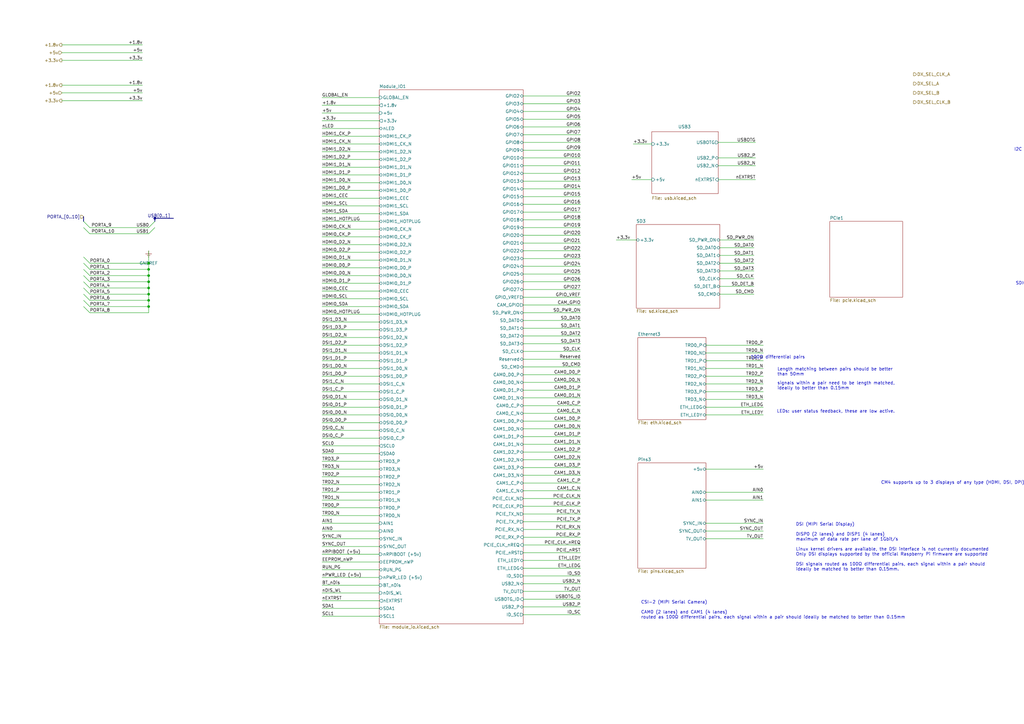
<source format=kicad_sch>
(kicad_sch (version 20210126) (generator eeschema)
  (paper "A3")
  (lib_symbols
    (symbol "power:GND" (power) (pin_names (offset 0))
      (property "Value" "GND" (at 0 -3.81 0))
      (symbol "GND_0_1"
        (polyline (pts (xy 0 0) (xy 0 -1.27) (xy 1.27 -1.27) (xy 0 -2.54) (xy -1.27 -1.27) (xy 0 -1.27)))
      )
      (symbol "GND_1_1"
        (pin power_in line (at 0 0 270) (length 0) hide (name "GND") (number "1"))
      )
    )
    (symbol "power:GNDREF" (power) (pin_names (offset 0))
      (property "Value" "GNDREF" (at 0 -3.81 0))
      (symbol "GNDREF_0_1"
        (polyline (pts (xy -0.635 -1.905) (xy 0.635 -1.905)))
        (polyline (pts (xy -0.127 -2.54) (xy 0.127 -2.54)))
        (polyline (pts (xy 0 -1.27) (xy 0 0)))
        (polyline (pts (xy 1.27 -1.27) (xy -1.27 -1.27)))
      )
      (symbol "GNDREF_1_1"
        (pin power_in line (at 0 0 270) (length 0) hide (name "GNDREF") (number "1"))
      )
    )
  )
  (junction (at 60.96 107.95) (diameter 0.9144))
  (junction (at 60.96 110.49) (diameter 0.9144))
  (junction (at 60.96 113.03) (diameter 0.9144))
  (junction (at 60.96 115.57) (diameter 0.9144))
  (junction (at 60.96 118.11) (diameter 0.9144))
  (junction (at 60.96 120.65) (diameter 0.9144))
  (junction (at 60.96 123.19) (diameter 0.9144))
  (junction (at 60.96 125.73) (diameter 0.9144))
  (junction (at 63.5 89.535) (diameter 0.9144))
  (bus_entry (at 34.29 90.805) (size 2.54 2.54) (stroke (width 0.1524)))
  (bus_entry (at 34.29 93.345) (size 2.54 2.54) (stroke (width 0.1524)))
  (bus_entry (at 34.29 105.41) (size 2.54 2.54) (stroke (width 0.1524)))
  (bus_entry (at 34.29 107.95) (size 2.54 2.54) (stroke (width 0.1524)))
  (bus_entry (at 34.29 110.49) (size 2.54 2.54) (stroke (width 0.1524)))
  (bus_entry (at 34.29 113.03) (size 2.54 2.54) (stroke (width 0.1524)))
  (bus_entry (at 34.29 115.57) (size 2.54 2.54) (stroke (width 0.1524)))
  (bus_entry (at 34.29 118.11) (size 2.54 2.54) (stroke (width 0.1524)))
  (bus_entry (at 34.29 120.65) (size 2.54 2.54) (stroke (width 0.1524)))
  (bus_entry (at 34.29 123.19) (size 2.54 2.54) (stroke (width 0.1524)))
  (bus_entry (at 34.29 125.73) (size 2.54 2.54) (stroke (width 0.1524)))
  (bus_entry (at 63.5 90.805) (size -2.54 2.54) (stroke (width 0.1524)))
  (bus_entry (at 63.5 93.345) (size -2.54 2.54) (stroke (width 0.1524)))
  (wire (pts (xy -42.545 199.39) (xy -33.655 199.39)))
  (wire (pts (xy 25.4 18.415) (xy 58.42 18.415)))
  (wire (pts (xy 25.4 21.59) (xy 58.42 21.59)))
  (wire (pts (xy 25.4 24.765) (xy 58.42 24.765)))
  (wire (pts (xy 25.4 34.925) (xy 58.42 34.925)))
  (wire (pts (xy 25.4 38.1) (xy 58.42 38.1)))
  (wire (pts (xy 25.4 41.275) (xy 58.42 41.275)))
  (wire (pts (xy 36.83 93.345) (xy 60.96 93.345)))
  (wire (pts (xy 36.83 95.885) (xy 60.96 95.885)) (stroke (width 0.1524)))
  (wire (pts (xy 36.83 107.95) (xy 60.96 107.95)))
  (wire (pts (xy 36.83 110.49) (xy 60.96 110.49)) (stroke (width 0.1524)))
  (wire (pts (xy 36.83 113.03) (xy 60.96 113.03)) (stroke (width 0.1524)))
  (wire (pts (xy 36.83 115.57) (xy 60.96 115.57)))
  (wire (pts (xy 36.83 118.11) (xy 60.96 118.11)) (stroke (width 0.1524)))
  (wire (pts (xy 36.83 120.65) (xy 60.96 120.65)) (stroke (width 0.1524)))
  (wire (pts (xy 36.83 123.19) (xy 60.96 123.19)))
  (wire (pts (xy 36.83 125.73) (xy 60.96 125.73)) (stroke (width 0.1524)))
  (wire (pts (xy 36.83 128.27) (xy 60.96 128.27)) (stroke (width 0.1524)))
  (wire (pts (xy 60.96 102.87) (xy 60.96 107.95)))
  (wire (pts (xy 60.96 107.95) (xy 60.96 110.49)))
  (wire (pts (xy 60.96 110.49) (xy 60.96 113.03)))
  (wire (pts (xy 60.96 113.03) (xy 60.96 115.57)))
  (wire (pts (xy 60.96 115.57) (xy 60.96 118.11)))
  (wire (pts (xy 60.96 118.11) (xy 60.96 120.65)))
  (wire (pts (xy 60.96 120.65) (xy 60.96 123.19)))
  (wire (pts (xy 60.96 123.19) (xy 60.96 125.73)))
  (wire (pts (xy 60.96 125.73) (xy 60.96 128.27)))
  (wire (pts (xy 132.08 246.38) (xy 155.575 246.38)))
  (wire (pts (xy 155.575 40.005) (xy 132.08 40.005)))
  (wire (pts (xy 155.575 43.18) (xy 132.08 43.18)))
  (wire (pts (xy 155.575 46.355) (xy 132.08 46.355)))
  (wire (pts (xy 155.575 49.53) (xy 132.08 49.53)))
  (wire (pts (xy 155.575 52.705) (xy 132.08 52.705)))
  (wire (pts (xy 155.575 55.88) (xy 132.08 55.88)))
  (wire (pts (xy 155.575 59.055) (xy 132.08 59.055)))
  (wire (pts (xy 155.575 62.23) (xy 132.08 62.23)))
  (wire (pts (xy 155.575 65.405) (xy 132.08 65.405)))
  (wire (pts (xy 155.575 68.58) (xy 132.08 68.58)))
  (wire (pts (xy 155.575 71.755) (xy 132.08 71.755)))
  (wire (pts (xy 155.575 74.93) (xy 132.08 74.93)))
  (wire (pts (xy 155.575 78.105) (xy 132.08 78.105)))
  (wire (pts (xy 155.575 81.28) (xy 132.08 81.28)))
  (wire (pts (xy 155.575 84.455) (xy 132.08 84.455)))
  (wire (pts (xy 155.575 87.63) (xy 132.08 87.63)))
  (wire (pts (xy 155.575 90.805) (xy 132.08 90.805)))
  (wire (pts (xy 155.575 93.98) (xy 132.08 93.98)))
  (wire (pts (xy 155.575 97.155) (xy 132.08 97.155)))
  (wire (pts (xy 155.575 100.33) (xy 132.08 100.33)))
  (wire (pts (xy 155.575 103.505) (xy 132.08 103.505)))
  (wire (pts (xy 155.575 106.68) (xy 132.08 106.68)))
  (wire (pts (xy 155.575 109.855) (xy 132.08 109.855)))
  (wire (pts (xy 155.575 113.03) (xy 132.08 113.03)))
  (wire (pts (xy 155.575 116.205) (xy 132.08 116.205)))
  (wire (pts (xy 155.575 119.38) (xy 132.08 119.38)))
  (wire (pts (xy 155.575 122.555) (xy 132.08 122.555)))
  (wire (pts (xy 155.575 125.73) (xy 132.08 125.73)))
  (wire (pts (xy 155.575 128.905) (xy 132.08 128.905)))
  (wire (pts (xy 155.575 132.08) (xy 132.08 132.08)))
  (wire (pts (xy 155.575 135.255) (xy 132.08 135.255)))
  (wire (pts (xy 155.575 138.43) (xy 132.08 138.43)))
  (wire (pts (xy 155.575 141.605) (xy 132.08 141.605)))
  (wire (pts (xy 155.575 144.78) (xy 132.08 144.78)))
  (wire (pts (xy 155.575 147.955) (xy 132.08 147.955)))
  (wire (pts (xy 155.575 151.13) (xy 132.08 151.13)))
  (wire (pts (xy 155.575 154.305) (xy 132.08 154.305)))
  (wire (pts (xy 155.575 157.48) (xy 132.08 157.48)))
  (wire (pts (xy 155.575 160.655) (xy 132.08 160.655)))
  (wire (pts (xy 155.575 163.83) (xy 132.08 163.83)))
  (wire (pts (xy 155.575 167.005) (xy 132.08 167.005)))
  (wire (pts (xy 155.575 170.18) (xy 132.08 170.18)))
  (wire (pts (xy 155.575 173.355) (xy 132.08 173.355)))
  (wire (pts (xy 155.575 176.53) (xy 132.08 176.53)))
  (wire (pts (xy 155.575 179.705) (xy 132.08 179.705)))
  (wire (pts (xy 155.575 182.88) (xy 132.08 182.88)))
  (wire (pts (xy 155.575 186.055) (xy 132.08 186.055)))
  (wire (pts (xy 155.575 189.23) (xy 132.08 189.23)))
  (wire (pts (xy 155.575 192.405) (xy 132.08 192.405)))
  (wire (pts (xy 155.575 195.58) (xy 132.08 195.58)))
  (wire (pts (xy 155.575 198.755) (xy 132.08 198.755)))
  (wire (pts (xy 155.575 201.93) (xy 132.08 201.93)))
  (wire (pts (xy 155.575 205.105) (xy 132.08 205.105)))
  (wire (pts (xy 155.575 208.28) (xy 132.08 208.28)))
  (wire (pts (xy 155.575 211.455) (xy 132.08 211.455)))
  (wire (pts (xy 155.575 214.63) (xy 132.08 214.63)))
  (wire (pts (xy 155.575 217.805) (xy 132.08 217.805)))
  (wire (pts (xy 155.575 220.98) (xy 132.08 220.98)))
  (wire (pts (xy 155.575 224.155) (xy 132.08 224.155)))
  (wire (pts (xy 155.575 227.33) (xy 132.08 227.33)))
  (wire (pts (xy 155.575 230.505) (xy 132.08 230.505)))
  (wire (pts (xy 155.575 233.68) (xy 132.08 233.68)))
  (wire (pts (xy 155.575 236.855) (xy 132.08 236.855)))
  (wire (pts (xy 155.575 240.03) (xy 132.08 240.03)))
  (wire (pts (xy 155.575 243.205) (xy 132.08 243.205)))
  (wire (pts (xy 155.575 249.555) (xy 132.08 249.555)))
  (wire (pts (xy 155.575 252.73) (xy 132.08 252.73)))
  (wire (pts (xy 214.63 39.37) (xy 238.125 39.37)))
  (wire (pts (xy 214.63 42.545) (xy 238.125 42.545)))
  (wire (pts (xy 214.63 45.72) (xy 238.125 45.72)))
  (wire (pts (xy 214.63 48.895) (xy 238.125 48.895)))
  (wire (pts (xy 214.63 52.07) (xy 238.125 52.07)))
  (wire (pts (xy 214.63 55.245) (xy 238.125 55.245)))
  (wire (pts (xy 214.63 58.42) (xy 238.125 58.42)))
  (wire (pts (xy 214.63 61.595) (xy 238.125 61.595)))
  (wire (pts (xy 214.63 64.77) (xy 238.125 64.77)))
  (wire (pts (xy 214.63 67.945) (xy 238.125 67.945)))
  (wire (pts (xy 214.63 71.12) (xy 238.125 71.12)))
  (wire (pts (xy 214.63 74.295) (xy 238.125 74.295)))
  (wire (pts (xy 214.63 77.47) (xy 238.125 77.47)))
  (wire (pts (xy 214.63 80.645) (xy 238.125 80.645)))
  (wire (pts (xy 214.63 83.82) (xy 238.125 83.82)))
  (wire (pts (xy 214.63 86.995) (xy 238.125 86.995)))
  (wire (pts (xy 214.63 90.17) (xy 238.125 90.17)))
  (wire (pts (xy 214.63 93.345) (xy 238.125 93.345)))
  (wire (pts (xy 214.63 96.52) (xy 238.125 96.52)))
  (wire (pts (xy 214.63 99.695) (xy 238.125 99.695)))
  (wire (pts (xy 214.63 102.87) (xy 238.125 102.87)))
  (wire (pts (xy 214.63 106.045) (xy 238.125 106.045)))
  (wire (pts (xy 214.63 109.22) (xy 238.125 109.22)))
  (wire (pts (xy 214.63 112.395) (xy 238.125 112.395)))
  (wire (pts (xy 214.63 115.57) (xy 238.125 115.57)))
  (wire (pts (xy 214.63 118.745) (xy 238.125 118.745)))
  (wire (pts (xy 214.63 121.92) (xy 238.125 121.92)))
  (wire (pts (xy 214.63 125.095) (xy 238.125 125.095)))
  (wire (pts (xy 214.63 128.27) (xy 238.125 128.27)))
  (wire (pts (xy 214.63 131.445) (xy 238.125 131.445)))
  (wire (pts (xy 214.63 134.62) (xy 238.125 134.62)))
  (wire (pts (xy 214.63 137.795) (xy 238.125 137.795)))
  (wire (pts (xy 214.63 140.97) (xy 238.125 140.97)))
  (wire (pts (xy 214.63 144.145) (xy 238.125 144.145)))
  (wire (pts (xy 214.63 147.32) (xy 238.125 147.32)))
  (wire (pts (xy 214.63 150.495) (xy 238.125 150.495)))
  (wire (pts (xy 214.63 153.67) (xy 238.125 153.67)))
  (wire (pts (xy 214.63 156.845) (xy 238.125 156.845)))
  (wire (pts (xy 214.63 160.02) (xy 238.125 160.02)))
  (wire (pts (xy 214.63 163.195) (xy 238.125 163.195)))
  (wire (pts (xy 214.63 166.37) (xy 238.125 166.37)))
  (wire (pts (xy 214.63 169.545) (xy 238.125 169.545)))
  (wire (pts (xy 214.63 172.72) (xy 238.125 172.72)))
  (wire (pts (xy 214.63 175.895) (xy 238.125 175.895)))
  (wire (pts (xy 214.63 179.07) (xy 238.125 179.07)))
  (wire (pts (xy 214.63 182.245) (xy 238.125 182.245)))
  (wire (pts (xy 214.63 185.42) (xy 238.125 185.42)))
  (wire (pts (xy 214.63 188.595) (xy 238.125 188.595)))
  (wire (pts (xy 214.63 191.77) (xy 238.125 191.77)))
  (wire (pts (xy 214.63 194.945) (xy 238.125 194.945)))
  (wire (pts (xy 214.63 198.12) (xy 238.125 198.12)))
  (wire (pts (xy 214.63 201.295) (xy 238.125 201.295)))
  (wire (pts (xy 214.63 204.47) (xy 238.125 204.47)))
  (wire (pts (xy 214.63 207.645) (xy 238.125 207.645)))
  (wire (pts (xy 214.63 210.82) (xy 238.125 210.82)))
  (wire (pts (xy 214.63 213.995) (xy 238.125 213.995)))
  (wire (pts (xy 214.63 217.17) (xy 238.125 217.17)))
  (wire (pts (xy 214.63 220.345) (xy 238.125 220.345)))
  (wire (pts (xy 214.63 223.52) (xy 238.125 223.52)))
  (wire (pts (xy 214.63 226.695) (xy 238.125 226.695)))
  (wire (pts (xy 214.63 229.87) (xy 238.125 229.87)))
  (wire (pts (xy 214.63 233.045) (xy 238.125 233.045)))
  (wire (pts (xy 214.63 236.22) (xy 238.125 236.22)))
  (wire (pts (xy 214.63 239.395) (xy 238.125 239.395)))
  (wire (pts (xy 214.63 242.57) (xy 238.125 242.57)))
  (wire (pts (xy 214.63 245.745) (xy 238.125 245.745)))
  (wire (pts (xy 214.63 248.92) (xy 238.125 248.92)))
  (wire (pts (xy 214.63 252.095) (xy 238.125 252.095)))
  (wire (pts (xy 252.73 98.425) (xy 260.985 98.425)))
  (wire (pts (xy 259.08 73.66) (xy 267.335 73.66)))
  (wire (pts (xy 259.715 59.055) (xy 267.335 59.055)))
  (wire (pts (xy 289.56 141.605) (xy 313.055 141.605)))
  (wire (pts (xy 289.56 144.78) (xy 313.055 144.78)))
  (wire (pts (xy 289.56 147.955) (xy 313.055 147.955)))
  (wire (pts (xy 289.56 151.13) (xy 313.055 151.13)))
  (wire (pts (xy 289.56 154.305) (xy 313.055 154.305)))
  (wire (pts (xy 289.56 157.48) (xy 313.055 157.48)))
  (wire (pts (xy 289.56 160.655) (xy 313.055 160.655)))
  (wire (pts (xy 289.56 163.83) (xy 313.055 163.83)))
  (wire (pts (xy 289.56 167.005) (xy 313.055 167.005)))
  (wire (pts (xy 289.56 170.18) (xy 313.055 170.18)))
  (wire (pts (xy 289.56 192.405) (xy 313.055 192.405)))
  (wire (pts (xy 289.56 201.93) (xy 313.055 201.93)))
  (wire (pts (xy 289.56 205.105) (xy 313.055 205.105)))
  (wire (pts (xy 289.56 214.63) (xy 313.055 214.63)))
  (wire (pts (xy 289.56 217.805) (xy 313.055 217.805)))
  (wire (pts (xy 289.56 220.98) (xy 313.055 220.98)))
  (wire (pts (xy 294.64 58.42) (xy 309.88 58.42)))
  (wire (pts (xy 294.64 64.77) (xy 309.88 64.77)))
  (wire (pts (xy 294.64 67.945) (xy 309.88 67.945)))
  (wire (pts (xy 294.64 73.66) (xy 309.88 73.66)))
  (wire (pts (xy 295.275 98.425) (xy 309.245 98.425)))
  (wire (pts (xy 295.275 101.6) (xy 309.245 101.6)))
  (wire (pts (xy 295.275 104.775) (xy 309.245 104.775)))
  (wire (pts (xy 295.275 107.95) (xy 309.245 107.95)))
  (wire (pts (xy 295.275 111.125) (xy 309.245 111.125)))
  (wire (pts (xy 295.275 114.3) (xy 309.245 114.3)))
  (wire (pts (xy 295.275 117.475) (xy 309.245 117.475)))
  (wire (pts (xy 295.275 120.65) (xy 309.245 120.65)))
  (bus (pts (xy 34.29 88.9) (xy 34.29 125.73)))
  (bus (pts (xy 63.5 88.9) (xy 63.5 89.535)))
  (bus (pts (xy 63.5 89.535) (xy 63.5 93.345)))
  (bus (pts (xy 63.5 89.535) (xy 71.12 89.535)))
  (text "Pulling this pin low puts the CM4 in the lowest possible power down state.\nAfter software shutdown Global_EN needs to be pulled low for > 1ms to restart the power system on the CM4.\n" (at -138.43 231.14 0) (effects (font (size 1.27 1.27)) (justify left bottom)))
  (text "During boot if this pin is low booting from eMMC will be stopped\nand booting will be transferred to rpi boot which is via USB.\n" (at -138.43 240.665 0) (effects (font (size 1.27 1.27)) (justify left bottom)))
  (text "pull this pin low to prevent the end users changing the contents of the on board\nEEPROM. See the Raspberry Pi 4, Model B documentation for instructions on the software settings required to support\nEEPROM Write protection .\n" (at -138.43 248.92 0) (effects (font (size 1.27 1.27)) (justify left bottom)))
  (text "when high signals that the CM4 has started. Driving this pin low resets the module" (at -97.155 234.315 0) (effects (font (size 1.27 1.27)) (justify left bottom)))
  (text "A logic high means the wireless networking module is powered up.\n" (at -72.39 225.425 0) (effects (font (size 1.27 1.27)) (justify right bottom)))
  (text "When tied low it prevents\nthe Bluetooth module from\npowering up." (at -43.815 203.835 0) (effects (font (size 1.27 1.27)) (justify right bottom)))
  (text "CSI-2 (MIPI Serial Camera)\n\nCAM0 (2 lanes) and CAM1 (4 lanes)\nrouted as 100Ω differential pairs, each signal within a pair should ideally be matched to better than 0.15mm" (at 262.89 254 0) (effects (font (size 1.27 1.27)) (justify left bottom)))
  (text "Length matching between pairs should be better\nthan 50mm" (at 318.77 154.305 0) (effects (font (size 1.27 1.27)) (justify left bottom)))
  (text "signals within a pair need to be length matched,\nideally to better than 0.15mm" (at 318.77 160.02 0) (effects (font (size 1.27 1.27)) (justify left bottom)))
  (text "DSI (MIPI Serial Display)\n\nDISP0 (2 lanes) and DISP1 (4 lanes)\nmaximum of data rate per lane of 1Gbit/s\n\nLinux kernel drivers are available, the DSI interface is not currently documented\nOnly DSI displays supported by the official Raspberry Pi firmware are supported\n\nDSI signals routed as 100Ω differential pairs, each signal within a pair should\nideally be matched to better than 0.15mm.\n" (at 326.39 234.315 0) (effects (font (size 1.27 1.27)) (justify left bottom)))
  (text "100Ω differential pairs" (at 330.2 147.32 180) (effects (font (size 1.27 1.27)) (justify right bottom)))
  (text "CM4 supports up to 3 displays of any type (HDMI, DSI, DPI) at any one time" (at 361.315 198.755 0) (effects (font (size 1.27 1.27)) (justify left bottom)))
  (text "LEDs: user status feedback, these are low active." (at 367.03 169.545 180) (effects (font (size 1.27 1.27)) (justify right bottom)))
  (text "I2C\n	SDA0 SCL0\n		This internal I2C bus is normally allocated to the CSI1 and DSI1\n		as these devices are controlled by the firmware.\n\n		can be used as a general I2C bus if the CSI1 ad DSI1 interfaces\n		aren't being used or are being controlled by the firmware.\n\n		SDA0 is connected to GPIO44 on the BCM2711 and SCL0 is connected to GPIO45\n\n	ID_SD ID_SC\n		This I2C bus is normally used for identifying HATs and controlling\n		CSI0 and DSI0 devices.\n\n		If the firmware isn't using the I2C bus e.g. CSI0 and DSI0 aren't\n		being used then these pins may be used as GPIO 0 and GPIO 1 if required.\n\n		If these pins are used as GPIO pins then to prevent the firmware from\n		checking to see if there is a HAT EEPROM available add\n		force_eeprom_read=0 to the config.txt file.\n" (at 415.925 100.965 0) (effects (font (size 1.27 1.27)) (justify left bottom)))
  (text "SDIO/eMMC (CM4Lite only)\n	SD_PWR_ON signal used to enable an external power switch to turn on power to the SDCARD\n	for eMMC it typically isn't used\n\n	if booting from SDCARD is required then a pullup resistor must also be fitted to default\n	the power to be on\n\n	SD_VDD_override is high, this signal is used to force 1.8v signalling on the SDIO\n	interface. Typically this is used with eMMC memory.\n" (at 416.56 133.35 0) (effects (font (size 1.27 1.27)) (justify left bottom)))
  (label "BT_nDis" (at -42.545 199.39 0))
  (label "PORTA_0" (at 36.83 107.95 0))
  (label "PORTA_1" (at 36.83 110.49 0))
  (label "PORTA_2" (at 36.83 113.03 0))
  (label "PORTA_3" (at 36.83 115.57 0))
  (label "PORTA_4" (at 36.83 118.11 0))
  (label "PORTA_5" (at 36.83 120.65 0))
  (label "PORTA_6" (at 36.83 123.19 0))
  (label "PORTA_7" (at 36.83 125.73 0))
  (label "PORTA_8" (at 36.83 128.27 0))
  (label "PORTA_9" (at 37.465 93.345 0))
  (label "PORTA_10" (at 37.465 95.885 0))
  (label "USB0" (at 55.88 93.345 0))
  (label "USB1" (at 55.88 95.885 0))
  (label "+1.8v" (at 58.42 18.415 180))
  (label "+5v" (at 58.42 21.59 180))
  (label "+3.3v" (at 58.42 24.765 180))
  (label "+1.8v" (at 58.42 34.925 180))
  (label "+5v" (at 58.42 38.1 180))
  (label "+3.3v" (at 58.42 41.275 180))
  (label "USB[0..1]" (at 69.85 89.535 180))
  (label "GLOBAL_EN" (at 132.08 40.005 0))
  (label "+1.8v" (at 132.08 43.18 0))
  (label "+5v" (at 132.08 46.355 0))
  (label "+3.3v" (at 132.08 49.53 0))
  (label "nLED" (at 132.08 52.705 0))
  (label "HDMI1_CK_P" (at 132.08 55.88 0))
  (label "HDMI1_CK_N" (at 132.08 59.055 0))
  (label "HDMI1_D2_N" (at 132.08 62.23 0))
  (label "HDMI1_D2_P" (at 132.08 65.405 0))
  (label "HDMI1_D1_N" (at 132.08 68.58 0))
  (label "HDMI1_D1_P" (at 132.08 71.755 0))
  (label "HDMI1_D0_N" (at 132.08 74.93 0))
  (label "HDMI1_D0_P" (at 132.08 78.105 0))
  (label "HDMI1_CEC" (at 132.08 81.28 0))
  (label "HDMI1_SCL" (at 132.08 84.455 0))
  (label "HDMI1_SDA" (at 132.08 87.63 0))
  (label "HDMI1_HOTPLUG" (at 132.08 90.805 0))
  (label "HDMI0_CK_N" (at 132.08 93.98 0))
  (label "HDMI0_CK_P" (at 132.08 97.155 0))
  (label "HDMI0_D2_N" (at 132.08 100.33 0))
  (label "HDMI0_D2_P" (at 132.08 103.505 0))
  (label "HDMI0_D1_N" (at 132.08 106.68 0))
  (label "HDMI0_D0_P" (at 132.08 109.855 0))
  (label "HDMI0_D0_N" (at 132.08 113.03 0))
  (label "HDMI0_D1_P" (at 132.08 116.205 0))
  (label "HDMI0_CEC" (at 132.08 119.38 0))
  (label "HDMI0_SCL" (at 132.08 122.555 0))
  (label "HDMI0_SDA" (at 132.08 125.73 0))
  (label "HDMI0_HOTPLUG" (at 132.08 128.905 0))
  (label "DSI1_D3_N" (at 132.08 132.08 0))
  (label "DSI1_D3_P" (at 132.08 135.255 0))
  (label "DSI1_D2_N" (at 132.08 138.43 0))
  (label "DSI1_D2_P" (at 132.08 141.605 0))
  (label "DSI1_D1_N" (at 132.08 144.78 0))
  (label "DSI1_D1_P" (at 132.08 147.955 0))
  (label "DSI1_D0_N" (at 132.08 151.13 0))
  (label "DSI1_D0_P" (at 132.08 154.305 0))
  (label "DSI1_C_N" (at 132.08 157.48 0))
  (label "DSI1_C_P" (at 132.08 160.655 0))
  (label "DSI0_D1_N" (at 132.08 163.83 0))
  (label "DSI0_D1_P" (at 132.08 167.005 0))
  (label "DSI0_D0_N" (at 132.08 170.18 0))
  (label "DSI0_D0_P" (at 132.08 173.355 0))
  (label "DSI0_C_N" (at 132.08 176.53 0))
  (label "DSI0_C_P" (at 132.08 179.705 0))
  (label "SCL0" (at 132.08 182.88 0))
  (label "SDA0" (at 132.08 186.055 0))
  (label "TRD3_P" (at 132.08 189.23 0))
  (label "TRD3_N" (at 132.08 192.405 0))
  (label "TRD2_P" (at 132.08 195.58 0))
  (label "TRD2_N" (at 132.08 198.755 0))
  (label "TRD1_P" (at 132.08 201.93 0))
  (label "TRD1_N" (at 132.08 205.105 0))
  (label "TRD0_P" (at 132.08 208.28 0))
  (label "TRD0_N" (at 132.08 211.455 0))
  (label "AIN1" (at 132.08 214.63 0))
  (label "AIN0" (at 132.08 217.805 0))
  (label "SYNC_IN" (at 132.08 220.98 0))
  (label "SYNC_OUT" (at 132.08 224.155 0))
  (label "nRPIBOOT (+5v)" (at 132.08 227.33 0))
  (label "EEPROM_nWP" (at 132.08 230.505 0))
  (label "RUN_PG" (at 132.08 233.68 0))
  (label "nPWR_LED (+5v)" (at 132.08 236.855 0))
  (label "BT_nDis" (at 132.08 240.03 0))
  (label "nDIS_WL" (at 132.08 243.205 0))
  (label "nEXTRST" (at 132.08 246.38 0))
  (label "SDA1" (at 132.08 249.555 0))
  (label "SCL1" (at 132.08 252.73 0))
  (label "GPIO2" (at 238.125 39.37 180))
  (label "GPIO3" (at 238.125 42.545 180))
  (label "GPIO4" (at 238.125 45.72 180))
  (label "GPIO5" (at 238.125 48.895 180))
  (label "GPIO6" (at 238.125 52.07 180))
  (label "GPIO7" (at 238.125 55.245 180))
  (label "GPIO8" (at 238.125 58.42 180))
  (label "GPIO9" (at 238.125 61.595 180))
  (label "GPIO10" (at 238.125 64.77 180))
  (label "GPIO11" (at 238.125 67.945 180))
  (label "GPIO12" (at 238.125 71.12 180))
  (label "GPIO13" (at 238.125 74.295 180))
  (label "GPIO14" (at 238.125 77.47 180))
  (label "GPIO15" (at 238.125 80.645 180))
  (label "GPIO16" (at 238.125 83.82 180))
  (label "GPIO17" (at 238.125 86.995 180))
  (label "GPIO18" (at 238.125 90.17 180))
  (label "GPIO19" (at 238.125 93.345 180))
  (label "GPIO20" (at 238.125 96.52 180))
  (label "GPIO21" (at 238.125 99.695 180))
  (label "GPIO22" (at 238.125 102.87 180))
  (label "GPIO23" (at 238.125 106.045 180))
  (label "GPIO24" (at 238.125 109.22 180))
  (label "GPIO25" (at 238.125 112.395 180))
  (label "GPIO26" (at 238.125 115.57 180))
  (label "GPIO27" (at 238.125 118.745 180))
  (label "GPIO_VREF" (at 238.125 121.92 180))
  (label "CAM_GPIO" (at 238.125 125.095 180))
  (label "SD_PWR_ON" (at 238.125 128.27 180))
  (label "SD_DAT0" (at 238.125 131.445 180))
  (label "SD_DAT1" (at 238.125 134.62 180))
  (label "SD_DAT2" (at 238.125 137.795 180))
  (label "SD_DAT3" (at 238.125 140.97 180))
  (label "SD_CLK" (at 238.125 144.145 180))
  (label "Reserved" (at 238.125 147.32 180))
  (label "SD_CMD" (at 238.125 150.495 180))
  (label "CAM0_D0_P" (at 238.125 153.67 180))
  (label "CAM0_D0_N" (at 238.125 156.845 180))
  (label "CAM0_D1_P" (at 238.125 160.02 180))
  (label "CAM0_D1_N" (at 238.125 163.195 180))
  (label "CAM0_C_P" (at 238.125 166.37 180))
  (label "CAM0_C_N" (at 238.125 169.545 180))
  (label "CAM1_D0_P" (at 238.125 172.72 180))
  (label "CAM1_D0_N" (at 238.125 175.895 180))
  (label "CAM1_D1_P" (at 238.125 179.07 180))
  (label "CAM1_D1_N" (at 238.125 182.245 180))
  (label "CAM1_D2_P" (at 238.125 185.42 180))
  (label "CAM1_D2_N" (at 238.125 188.595 180))
  (label "CAM1_D3_P" (at 238.125 191.77 180))
  (label "CAM1_D3_N" (at 238.125 194.945 180))
  (label "CAM1_C_P" (at 238.125 198.12 180))
  (label "CAM1_C_N" (at 238.125 201.295 180))
  (label "PCIE_CLK_N" (at 238.125 204.47 180))
  (label "PCIE_CLK_P" (at 238.125 207.645 180))
  (label "PCIE_TX_N" (at 238.125 210.82 180))
  (label "PCIE_TX_P" (at 238.125 213.995 180))
  (label "PCIE_RX_N" (at 238.125 217.17 180))
  (label "PCIE_RX_P" (at 238.125 220.345 180))
  (label "PCIE_CLK_nREQ" (at 238.125 223.52 180))
  (label "PCIE_nRST" (at 238.125 226.695 180))
  (label "ETH_LEDY" (at 238.125 229.87 180))
  (label "ETH_LEDG" (at 238.125 233.045 180))
  (label "ID_SD" (at 238.125 236.22 180))
  (label "USB2_N" (at 238.125 239.395 180))
  (label "TV_OUT" (at 238.125 242.57 180))
  (label "USBOTG_ID" (at 238.125 245.745 180))
  (label "USB2_P" (at 238.125 248.92 180))
  (label "ID_SC" (at 238.125 252.095 180))
  (label "+3.3v" (at 252.73 98.425 0))
  (label "+5v" (at 259.08 73.66 0))
  (label "+3.3v" (at 259.715 59.055 0))
  (label "SD_PWR_ON" (at 309.245 98.425 180))
  (label "SD_DAT0" (at 309.245 101.6 180))
  (label "SD_DAT1" (at 309.245 104.775 180))
  (label "SD_DAT2" (at 309.245 107.95 180))
  (label "SD_DAT3" (at 309.245 111.125 180))
  (label "SD_CLK" (at 309.245 114.3 180))
  (label "SD_DET_B" (at 309.245 117.475 180))
  (label "SD_CMD" (at 309.245 120.65 180))
  (label "USBOTG" (at 309.88 58.42 180))
  (label "USB2_P" (at 309.88 64.77 180))
  (label "USB2_N" (at 309.88 67.945 180))
  (label "nEXTRST" (at 309.88 73.66 180))
  (label "TRD0_P" (at 313.055 141.605 180))
  (label "TRD0_N" (at 313.055 144.78 180))
  (label "TRD1_P" (at 313.055 147.955 180))
  (label "TRD1_N" (at 313.055 151.13 180))
  (label "TRD2_P" (at 313.055 154.305 180))
  (label "TRD2_N" (at 313.055 157.48 180))
  (label "TRD3_P" (at 313.055 160.655 180))
  (label "TRD3_N" (at 313.055 163.83 180))
  (label "ETH_LEDG" (at 313.055 167.005 180))
  (label "ETH_LEDY" (at 313.055 170.18 180))
  (label "+5v" (at 313.055 192.405 180))
  (label "AIN0" (at 313.055 201.93 180))
  (label "AIN1" (at 313.055 205.105 180))
  (label "SYNC_IN" (at 313.055 214.63 180))
  (label "SYNC_OUT" (at 313.055 217.805 180))
  (label "TV_OUT" (at 313.055 220.98 180))
  (hierarchical_label "+1.8v" (shape output) (at 25.4 18.415 180))
  (hierarchical_label "+5v" (shape input) (at 25.4 21.59 180))
  (hierarchical_label "+3.3v" (shape output) (at 25.4 24.765 180))
  (hierarchical_label "+1.8v" (shape output) (at 25.4 34.925 180))
  (hierarchical_label "+5v" (shape input) (at 25.4 38.1 180))
  (hierarchical_label "+3.3v" (shape output) (at 25.4 41.275 180))
  (hierarchical_label "PORTA_[0..10]" (shape input) (at 34.29 88.9 180))
  (hierarchical_label "DX_SEL_CLK_A" (shape output) (at 374.65 30.48 0))
  (hierarchical_label "DX_SEL_A" (shape output) (at 374.65 34.29 0))
  (hierarchical_label "DX_SEL_B" (shape output) (at 374.65 38.1 0))
  (hierarchical_label "DX_SEL_CLK_B" (shape output) (at 374.65 41.91 0))
  (symbol (lib_id "power:GND") (at -33.655 199.39 0) (unit 1)
    (property "Reference" "#PWR0298" (effects hide))
    (property "Value" "GND" (at -33.655 204.47 0))
  )
  (symbol (lib_id "power:GNDREF") (at 60.96 102.87 0) (unit 1)
    (property "Reference" "#PWR0423" (effects hide))
    (property "Value" "GNDREF" (at 60.96 107.95 0))
  )
  (sheet (at 261.62 138.43) (size 27.94 33.655) (stroke (width 0.0006))
    (property "Sheet name" "Ethernet3" (at 261.62 137.7943 0) (effects (justify left bottom)))
    (property "Sheet file" "eth.kicad_sch" (at 261.62 172.5937 0) (effects (justify left top)))
    (pin "TRD1_N" output (at 289.56 151.13 0))
    (pin "TRD0_N" output (at 289.56 144.78 0))
    (pin "TRD2_P" bidirectional (at 289.56 154.305 0))
    (pin "TRD1_P" input (at 289.56 147.955 0))
    (pin "TRD0_P" input (at 289.56 141.605 0))
    (pin "TRD2_N" bidirectional (at 289.56 157.48 0))
    (pin "TRD3_P" bidirectional (at 289.56 160.655 0))
    (pin "ETH_LEDG" bidirectional (at 289.56 167.005 0))
    (pin "ETH_LEDY" bidirectional (at 289.56 170.18 0))
    (pin "TRD3_N" bidirectional (at 289.56 163.83 0))
  )
  (sheet (at 155.575 36.83) (size 59.055 219.075) (stroke (width 0.0006))
    (property "Sheet name" "Module_IO1" (at 155.575 36.1943 0) (effects (justify left bottom)))
    (property "Sheet file" "module_io.kicad_sch" (at 155.575 256.4137 0) (effects (justify left top)))
    (pin "HDMI0_D2_N" bidirectional (at 155.575 100.33 180))
    (pin "HDMI0_D2_P" bidirectional (at 155.575 103.505 180))
    (pin "HDMI1_CK_P" bidirectional (at 155.575 55.88 180))
    (pin "HDMI1_CK_N" bidirectional (at 155.575 59.055 180))
    (pin "HDMI1_D0_P" bidirectional (at 155.575 78.105 180))
    (pin "HDMI1_D1_N" bidirectional (at 155.575 68.58 180))
    (pin "HDMI1_D1_P" bidirectional (at 155.575 71.755 180))
    (pin "HDMI1_D0_N" bidirectional (at 155.575 74.93 180))
    (pin "HDMI1_D2_P" bidirectional (at 155.575 65.405 180))
    (pin "CAM0_C_N" bidirectional (at 214.63 169.545 0))
    (pin "HDMI1_D2_N" bidirectional (at 155.575 62.23 180))
    (pin "CAM0_C_P" bidirectional (at 214.63 166.37 0))
    (pin "CAM0_D1_P" bidirectional (at 214.63 160.02 0))
    (pin "CAM0_D1_N" bidirectional (at 214.63 163.195 0))
    (pin "HDMI0_D0_N" bidirectional (at 155.575 113.03 180))
    (pin "HDMI0_D1_N" bidirectional (at 155.575 106.68 180))
    (pin "HDMI0_D0_P" bidirectional (at 155.575 109.855 180))
    (pin "HDMI0_D1_P" bidirectional (at 155.575 116.205 180))
    (pin "DSI1_D3_N" bidirectional (at 155.575 132.08 180))
    (pin "DSI1_D3_P" bidirectional (at 155.575 135.255 180))
    (pin "HDMI0_CK_N" bidirectional (at 155.575 93.98 180))
    (pin "HDMI0_CK_P" bidirectional (at 155.575 97.155 180))
    (pin "HDMI0_SCL" bidirectional (at 155.575 122.555 180))
    (pin "PCIE_CLK_nREQ" input (at 214.63 223.52 0))
    (pin "PCIE_RX_P" input (at 214.63 220.345 0))
    (pin "PCIE_RX_N" input (at 214.63 217.17 0))
    (pin "PCIE_CLK_N" output (at 214.63 204.47 0))
    (pin "PCIE_CLK_P" output (at 214.63 207.645 0))
    (pin "PCIE_TX_P" output (at 214.63 213.995 0))
    (pin "PCIE_TX_N" output (at 214.63 210.82 0))
    (pin "CAM0_D0_P" bidirectional (at 214.63 153.67 0))
    (pin "CAM0_D0_N" bidirectional (at 214.63 156.845 0))
    (pin "CAM1_D1_P" bidirectional (at 214.63 179.07 0))
    (pin "CAM1_C_N" bidirectional (at 214.63 201.295 0))
    (pin "CAM1_C_P" bidirectional (at 214.63 198.12 0))
    (pin "CAM1_D2_N" bidirectional (at 214.63 188.595 0))
    (pin "CAM1_D0_N" bidirectional (at 214.63 175.895 0))
    (pin "CAM1_D0_P" bidirectional (at 214.63 172.72 0))
    (pin "CAM1_D1_N" bidirectional (at 214.63 182.245 0))
    (pin "CAM1_D2_P" bidirectional (at 214.63 185.42 0))
    (pin "USB2_P" bidirectional (at 214.63 248.92 0))
    (pin "PCIE_nRST" output (at 214.63 226.695 0))
    (pin "USB2_N" bidirectional (at 214.63 239.395 0))
    (pin "USBOTG_ID" input (at 214.63 245.745 0))
    (pin "TV_OUT" output (at 214.63 242.57 0))
    (pin "DSI0_D1_N" bidirectional (at 155.575 163.83 180))
    (pin "DSI0_C_P" bidirectional (at 155.575 179.705 180))
    (pin "DSI0_C_N" bidirectional (at 155.575 176.53 180))
    (pin "DSI0_D1_P" bidirectional (at 155.575 167.005 180))
    (pin "CAM1_D3_N" bidirectional (at 214.63 194.945 0))
    (pin "CAM1_D3_P" bidirectional (at 214.63 191.77 0))
    (pin "HDMI1_HOTPLUG" bidirectional (at 155.575 90.805 180))
    (pin "HDMI1_SDA" bidirectional (at 155.575 87.63 180))
    (pin "DSI1_D1_P" bidirectional (at 155.575 147.955 180))
    (pin "DSI1_D1_N" bidirectional (at 155.575 144.78 180))
    (pin "DSI1_D0_P" bidirectional (at 155.575 154.305 180))
    (pin "DSI1_D0_N" bidirectional (at 155.575 151.13 180))
    (pin "HDMI1_SCL" bidirectional (at 155.575 84.455 180))
    (pin "HDMI1_CEC" bidirectional (at 155.575 81.28 180))
    (pin "HDMI0_CEC" bidirectional (at 155.575 119.38 180))
    (pin "HDMI0_HOTPLUG" bidirectional (at 155.575 128.905 180))
    (pin "DSI0_D0_N" bidirectional (at 155.575 170.18 180))
    (pin "DSI0_D0_P" bidirectional (at 155.575 173.355 180))
    (pin "TRD0_P" bidirectional (at 155.575 208.28 180))
    (pin "TRD0_N" bidirectional (at 155.575 211.455 180))
    (pin "TRD1_P" bidirectional (at 155.575 201.93 180))
    (pin "TRD1_N" bidirectional (at 155.575 205.105 180))
    (pin "SYNC_OUT" bidirectional (at 155.575 224.155 180))
    (pin "SYNC_IN" bidirectional (at 155.575 220.98 180))
    (pin "EEPROM_nWP" bidirectional (at 155.575 230.505 180))
    (pin "GPIO13" bidirectional (at 214.63 74.295 0))
    (pin "GPIO26" bidirectional (at 214.63 115.57 0))
    (pin "GPIO6" bidirectional (at 214.63 52.07 0))
    (pin "GPIO19" bidirectional (at 214.63 93.345 0))
    (pin "ID_SD" output (at 214.63 236.22 0))
    (pin "GPIO5" bidirectional (at 214.63 48.895 0))
    (pin "GPIO11" bidirectional (at 214.63 67.945 0))
    (pin "GPIO9" bidirectional (at 214.63 61.595 0))
    (pin "GPIO10" bidirectional (at 214.63 64.77 0))
    (pin "GPIO17" bidirectional (at 214.63 86.995 0))
    (pin "GPIO27" bidirectional (at 214.63 118.745 0))
    (pin "GPIO22" bidirectional (at 214.63 102.87 0))
    (pin "Reserved" bidirectional (at 214.63 147.32 0))
    (pin "SD_DAT1" bidirectional (at 214.63 134.62 0))
    (pin "SD_DAT2" bidirectional (at 214.63 137.795 0))
    (pin "+5v" input (at 155.575 46.355 180))
    (pin "TRD3_P" bidirectional (at 155.575 189.23 180))
    (pin "GLOBAL_EN" input (at 155.575 40.005 180))
    (pin "TRD2_P" bidirectional (at 155.575 195.58 180))
    (pin "ETH_LEDY" bidirectional (at 214.63 229.87 0))
    (pin "ETH_LEDG" bidirectional (at 214.63 233.045 0))
    (pin "nLED" bidirectional (at 155.575 52.705 180))
    (pin "TRD3_N" bidirectional (at 155.575 192.405 180))
    (pin "TRD2_N" bidirectional (at 155.575 198.755 180))
    (pin "GPIO21" bidirectional (at 214.63 99.695 0))
    (pin "GPIO20" bidirectional (at 214.63 96.52 0))
    (pin "GPIO16" bidirectional (at 214.63 83.82 0))
    (pin "GPIO12" bidirectional (at 214.63 71.12 0))
    (pin "SD_CLK" bidirectional (at 214.63 144.145 0))
    (pin "GPIO23" bidirectional (at 214.63 106.045 0))
    (pin "GPIO18" bidirectional (at 214.63 90.17 0))
    (pin "GPIO15" bidirectional (at 214.63 80.645 0))
    (pin "GPIO14" bidirectional (at 214.63 77.47 0))
    (pin "GPIO25" bidirectional (at 214.63 112.395 0))
    (pin "GPIO24" bidirectional (at 214.63 109.22 0))
    (pin "nDIS_WL" input (at 155.575 243.205 180))
    (pin "SD_DAT3" bidirectional (at 214.63 140.97 0))
    (pin "SD_DAT0" bidirectional (at 214.63 131.445 0))
    (pin "ID_SC" output (at 214.63 252.095 0))
    (pin "GPIO7" bidirectional (at 214.63 55.245 0))
    (pin "GPIO8" bidirectional (at 214.63 58.42 0))
    (pin "BT_nDis" input (at 155.575 240.03 180))
    (pin "nRPIBOOT (+5v)" input (at 155.575 227.33 180))
    (pin "nPWR_LED (+5v)" input (at 155.575 236.855 180))
    (pin "CAM_GPIO" output (at 214.63 125.095 0))
    (pin "DSI1_D2_N" bidirectional (at 155.575 138.43 180))
    (pin "DSI1_C_P" bidirectional (at 155.575 160.655 180))
    (pin "DSI1_C_N" bidirectional (at 155.575 157.48 180))
    (pin "DSI1_D2_P" bidirectional (at 155.575 141.605 180))
    (pin "HDMI0_SDA" bidirectional (at 155.575 125.73 180))
    (pin "AIN0" input (at 155.575 217.805 180))
    (pin "nEXTRST" output (at 155.575 246.38 180))
    (pin "GPIO_VREF" output (at 214.63 121.92 0))
    (pin "GPIO3" bidirectional (at 214.63 42.545 0))
    (pin "GPIO4" bidirectional (at 214.63 45.72 0))
    (pin "GPIO2" bidirectional (at 214.63 39.37 0))
    (pin "SD_CMD" bidirectional (at 214.63 150.495 0))
    (pin "RUN_PG" bidirectional (at 155.575 233.68 180))
    (pin "AIN1" input (at 155.575 214.63 180))
    (pin "SCL0" output (at 155.575 182.88 180))
    (pin "SDA0" output (at 155.575 186.055 180))
    (pin "+3.3v" output (at 155.575 49.53 180))
    (pin "+1.8v" output (at 155.575 43.18 180))
    (pin "SD_PWR_ON" bidirectional (at 214.63 128.27 0))
    (pin "SDA1" bidirectional (at 155.575 249.555 180))
    (pin "SCL1" bidirectional (at 155.575 252.73 180))
  )
  (sheet (at 340.36 90.805) (size 29.845 31.115) (stroke (width 0.0006))
    (property "Sheet name" "PCIe1" (at 340.36 90.1693 0) (effects (justify left bottom)))
    (property "Sheet file" "pcie.kicad_sch" (at 340.36 122.4287 0) (effects (justify left top)))
  )
  (sheet (at 261.62 189.865) (size 27.94 43.18) (stroke (width 0.0006))
    (property "Sheet name" "Pins3" (at 261.62 189.2293 0) (effects (justify left bottom)))
    (property "Sheet file" "pins.kicad_sch" (at 261.62 233.5537 0) (effects (justify left top)))
    (pin "AIN1" bidirectional (at 289.56 205.105 0))
    (pin "+5v" bidirectional (at 289.56 192.405 0))
    (pin "AIN0" bidirectional (at 289.56 201.93 0))
    (pin "SYNC_IN" bidirectional (at 289.56 214.63 0))
    (pin "SYNC_OUT" bidirectional (at 289.56 217.805 0))
    (pin "TV_OUT" bidirectional (at 289.56 220.98 0))
  )
  (sheet (at 260.985 92.075) (size 34.29 34.29) (stroke (width 0.0006))
    (property "Sheet name" "SD3" (at 260.985 91.4393 0) (effects (justify left bottom)))
    (property "Sheet file" "sd.kicad_sch" (at 260.985 126.8737 0) (effects (justify left top)))
    (pin "SD_PWR_ON" bidirectional (at 295.275 98.425 0))
    (pin "SD_DAT1" bidirectional (at 295.275 104.775 0))
    (pin "SD_DAT0" bidirectional (at 295.275 101.6 0))
    (pin "SD_CLK" bidirectional (at 295.275 114.3 0))
    (pin "SD_DAT2" bidirectional (at 295.275 107.95 0))
    (pin "SD_DET_B" bidirectional (at 295.275 117.475 0))
    (pin "+3.3v" bidirectional (at 260.985 98.425 180))
    (pin "SD_CMD" bidirectional (at 295.275 120.65 0))
    (pin "SD_DAT3" bidirectional (at 295.275 111.125 0))
  )
  (sheet (at 267.335 53.975) (size 27.305 25.4) (stroke (width 0.0006))
    (property "Sheet name" "USB3" (at 278.13 52.7043 0) (effects (justify left bottom)))
    (property "Sheet file" "usb.kicad_sch" (at 267.335 80.5187 0) (effects (justify left top)))
    (pin "+3.3v" input (at 267.335 59.055 180))
    (pin "USBOTG" output (at 294.64 58.42 0))
    (pin "USB2_P" bidirectional (at 294.64 64.77 0))
    (pin "USB2_N" bidirectional (at 294.64 67.945 0))
    (pin "nEXTRST" input (at 294.64 73.66 0))
    (pin "+5v" input (at 267.335 73.66 180))
  )
)
</source>
